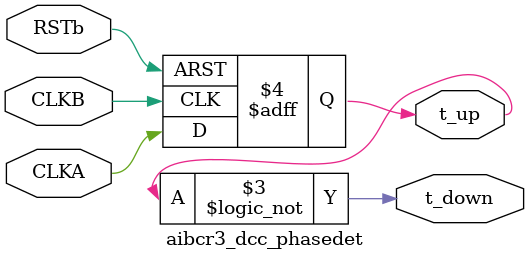
<source format=v>

`timescale 1ps/1ps
module aibcr3_dcc_phasedet
#(
parameter FF_DELAY     = 200
)
( 
output wire 	  t_down, 
output reg 	  t_up, 
input  wire 	  CLKA, 
input  wire	  CLKB,
input  wire	  RSTb);

`ifdef TIMESCALE_EN
                timeunit 100fs;
                timeprecision 100fs;
`endif

always @(posedge CLKB or negedge RSTb)
  if (~RSTb)           t_up <= #FF_DELAY 1'b1;
  else                 t_up <= #FF_DELAY CLKA;

assign t_down = !t_up;


endmodule


</source>
